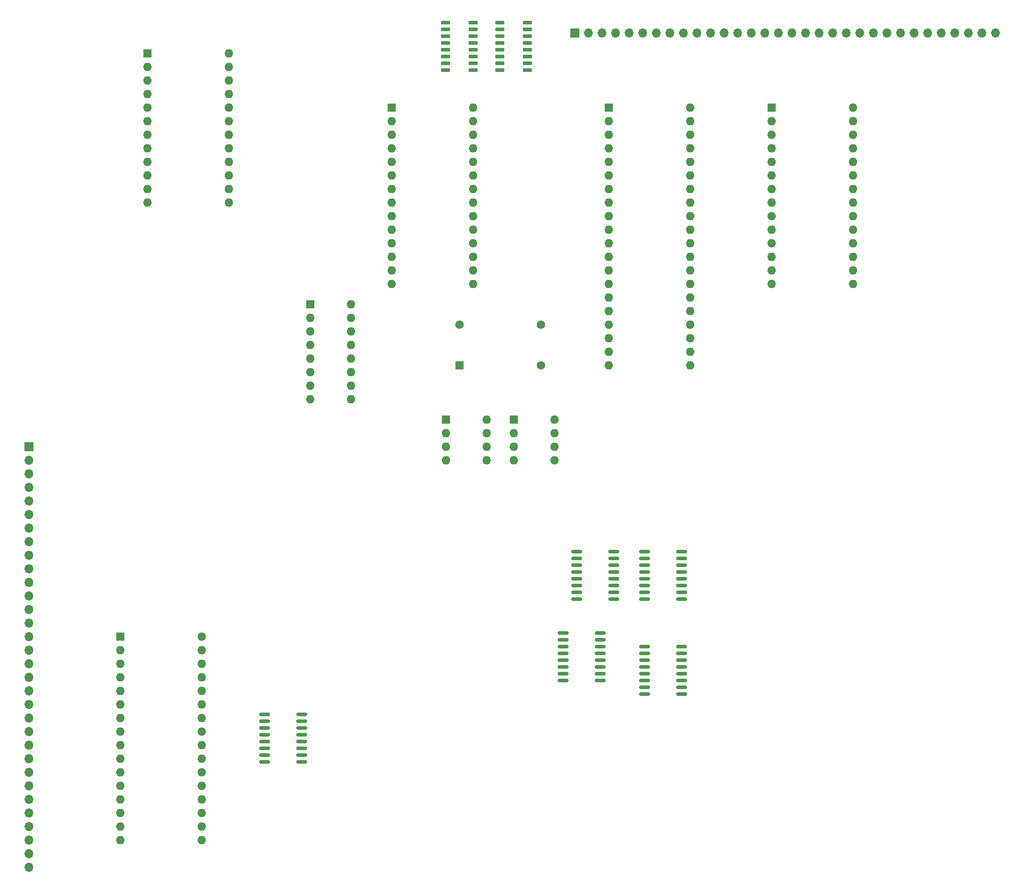
<source format=gbr>
%TF.GenerationSoftware,KiCad,Pcbnew,(6.0.2)*%
%TF.CreationDate,2022-02-20T21:17:02+01:00*%
%TF.ProjectId,z80,7a38302e-6b69-4636-9164-5f7063625858,rev?*%
%TF.SameCoordinates,Original*%
%TF.FileFunction,Soldermask,Top*%
%TF.FilePolarity,Negative*%
%FSLAX46Y46*%
G04 Gerber Fmt 4.6, Leading zero omitted, Abs format (unit mm)*
G04 Created by KiCad (PCBNEW (6.0.2)) date 2022-02-20 21:17:02*
%MOMM*%
%LPD*%
G01*
G04 APERTURE LIST*
G04 Aperture macros list*
%AMRoundRect*
0 Rectangle with rounded corners*
0 $1 Rounding radius*
0 $2 $3 $4 $5 $6 $7 $8 $9 X,Y pos of 4 corners*
0 Add a 4 corners polygon primitive as box body*
4,1,4,$2,$3,$4,$5,$6,$7,$8,$9,$2,$3,0*
0 Add four circle primitives for the rounded corners*
1,1,$1+$1,$2,$3*
1,1,$1+$1,$4,$5*
1,1,$1+$1,$6,$7*
1,1,$1+$1,$8,$9*
0 Add four rect primitives between the rounded corners*
20,1,$1+$1,$2,$3,$4,$5,0*
20,1,$1+$1,$4,$5,$6,$7,0*
20,1,$1+$1,$6,$7,$8,$9,0*
20,1,$1+$1,$8,$9,$2,$3,0*%
G04 Aperture macros list end*
%ADD10R,1.600000X1.600000*%
%ADD11O,1.600000X1.600000*%
%ADD12RoundRect,0.150000X-0.837500X-0.150000X0.837500X-0.150000X0.837500X0.150000X-0.837500X0.150000X0*%
%ADD13R,1.700000X1.700000*%
%ADD14O,1.700000X1.700000*%
%ADD15RoundRect,0.150000X-0.725000X-0.150000X0.725000X-0.150000X0.725000X0.150000X-0.725000X0.150000X0*%
%ADD16C,1.600000*%
G04 APERTURE END LIST*
D10*
%TO.C,A1*%
X45715000Y-41905000D03*
D11*
X45715000Y-44445000D03*
X45715000Y-46985000D03*
X45715000Y-49525000D03*
X45715000Y-52065000D03*
X45715000Y-54605000D03*
X45715000Y-57145000D03*
X45715000Y-59685000D03*
X45715000Y-62225000D03*
X45715000Y-64765000D03*
X45715000Y-67305000D03*
X45715000Y-69845000D03*
X60955000Y-69845000D03*
X60955000Y-67305000D03*
X60955000Y-64765000D03*
X60955000Y-62225000D03*
X60955000Y-59685000D03*
X60955000Y-57145000D03*
X60955000Y-54605000D03*
X60955000Y-52065000D03*
X60955000Y-49525000D03*
X60955000Y-46985000D03*
X60955000Y-44445000D03*
X60955000Y-41905000D03*
%TD*%
D10*
%TO.C,SW1*%
X76200000Y-88900000D03*
D11*
X76200000Y-91440000D03*
X76200000Y-93980000D03*
X76200000Y-96520000D03*
X76200000Y-99060000D03*
X76200000Y-101600000D03*
X76200000Y-104140000D03*
X76200000Y-106680000D03*
X83820000Y-106680000D03*
X83820000Y-104140000D03*
X83820000Y-101600000D03*
X83820000Y-99060000D03*
X83820000Y-96520000D03*
X83820000Y-93980000D03*
X83820000Y-91440000D03*
X83820000Y-88900000D03*
%TD*%
D12*
%TO.C,U22*%
X123537500Y-150495000D03*
X123537500Y-151765000D03*
X123537500Y-153035000D03*
X123537500Y-154305000D03*
X123537500Y-155575000D03*
X123537500Y-156845000D03*
X123537500Y-158115000D03*
X123537500Y-159385000D03*
X130462500Y-159385000D03*
X130462500Y-158115000D03*
X130462500Y-156845000D03*
X130462500Y-155575000D03*
X130462500Y-154305000D03*
X130462500Y-153035000D03*
X130462500Y-151765000D03*
X130462500Y-150495000D03*
%TD*%
D10*
%TO.C,CLK1*%
X101600000Y-110500000D03*
D11*
X101600000Y-113040000D03*
X101600000Y-115580000D03*
X101600000Y-118120000D03*
X109220000Y-118120000D03*
X109220000Y-115580000D03*
X109220000Y-113040000D03*
X109220000Y-110500000D03*
%TD*%
D10*
%TO.C,CPU1*%
X132075000Y-52075000D03*
D11*
X132075000Y-54615000D03*
X132075000Y-57155000D03*
X132075000Y-59695000D03*
X132075000Y-62235000D03*
X132075000Y-64775000D03*
X132075000Y-67315000D03*
X132075000Y-69855000D03*
X132075000Y-72395000D03*
X132075000Y-74935000D03*
X132075000Y-77475000D03*
X132075000Y-80015000D03*
X132075000Y-82555000D03*
X132075000Y-85095000D03*
X132075000Y-87635000D03*
X132075000Y-90175000D03*
X132075000Y-92715000D03*
X132075000Y-95255000D03*
X132075000Y-97795000D03*
X132075000Y-100335000D03*
X147315000Y-100335000D03*
X147315000Y-97795000D03*
X147315000Y-95255000D03*
X147315000Y-92715000D03*
X147315000Y-90175000D03*
X147315000Y-87635000D03*
X147315000Y-85095000D03*
X147315000Y-82555000D03*
X147315000Y-80015000D03*
X147315000Y-77475000D03*
X147315000Y-74935000D03*
X147315000Y-72395000D03*
X147315000Y-69855000D03*
X147315000Y-67315000D03*
X147315000Y-64775000D03*
X147315000Y-62235000D03*
X147315000Y-59695000D03*
X147315000Y-57155000D03*
X147315000Y-54615000D03*
X147315000Y-52075000D03*
%TD*%
D12*
%TO.C,U12*%
X126077500Y-135255000D03*
X126077500Y-136525000D03*
X126077500Y-137795000D03*
X126077500Y-139065000D03*
X126077500Y-140335000D03*
X126077500Y-141605000D03*
X126077500Y-142875000D03*
X126077500Y-144145000D03*
X133002500Y-144145000D03*
X133002500Y-142875000D03*
X133002500Y-141605000D03*
X133002500Y-140335000D03*
X133002500Y-139065000D03*
X133002500Y-137795000D03*
X133002500Y-136525000D03*
X133002500Y-135255000D03*
%TD*%
%TO.C,U13*%
X138777500Y-135255000D03*
X138777500Y-136525000D03*
X138777500Y-137795000D03*
X138777500Y-139065000D03*
X138777500Y-140335000D03*
X138777500Y-141605000D03*
X138777500Y-142875000D03*
X138777500Y-144145000D03*
X145702500Y-144145000D03*
X145702500Y-142875000D03*
X145702500Y-141605000D03*
X145702500Y-140335000D03*
X145702500Y-139065000D03*
X145702500Y-137795000D03*
X145702500Y-136525000D03*
X145702500Y-135255000D03*
%TD*%
D10*
%TO.C,CLK2*%
X114300000Y-110500000D03*
D11*
X114300000Y-113040000D03*
X114300000Y-115580000D03*
X114300000Y-118120000D03*
X121920000Y-118120000D03*
X121920000Y-115580000D03*
X121920000Y-113040000D03*
X121920000Y-110500000D03*
%TD*%
D10*
%TO.C,RAM1*%
X162555000Y-52055000D03*
D11*
X162555000Y-54595000D03*
X162555000Y-57135000D03*
X162555000Y-59675000D03*
X162555000Y-62215000D03*
X162555000Y-64755000D03*
X162555000Y-67295000D03*
X162555000Y-69835000D03*
X162555000Y-72375000D03*
X162555000Y-74915000D03*
X162555000Y-77455000D03*
X162555000Y-79995000D03*
X162555000Y-82535000D03*
X162555000Y-85075000D03*
X177795000Y-85075000D03*
X177795000Y-82535000D03*
X177795000Y-79995000D03*
X177795000Y-77455000D03*
X177795000Y-74915000D03*
X177795000Y-72375000D03*
X177795000Y-69835000D03*
X177795000Y-67295000D03*
X177795000Y-64755000D03*
X177795000Y-62215000D03*
X177795000Y-59675000D03*
X177795000Y-57135000D03*
X177795000Y-54595000D03*
X177795000Y-52055000D03*
%TD*%
D12*
%TO.C,U23*%
X138777500Y-153035000D03*
X138777500Y-154305000D03*
X138777500Y-155575000D03*
X138777500Y-156845000D03*
X138777500Y-158115000D03*
X138777500Y-159385000D03*
X138777500Y-160655000D03*
X138777500Y-161925000D03*
X145702500Y-161925000D03*
X145702500Y-160655000D03*
X145702500Y-159385000D03*
X145702500Y-158115000D03*
X145702500Y-156845000D03*
X145702500Y-155575000D03*
X145702500Y-154305000D03*
X145702500Y-153035000D03*
%TD*%
D10*
%TO.C,ROM1*%
X91435000Y-52055000D03*
D11*
X91435000Y-54595000D03*
X91435000Y-57135000D03*
X91435000Y-59675000D03*
X91435000Y-62215000D03*
X91435000Y-64755000D03*
X91435000Y-67295000D03*
X91435000Y-69835000D03*
X91435000Y-72375000D03*
X91435000Y-74915000D03*
X91435000Y-77455000D03*
X91435000Y-79995000D03*
X91435000Y-82535000D03*
X91435000Y-85075000D03*
X106675000Y-85075000D03*
X106675000Y-82535000D03*
X106675000Y-79995000D03*
X106675000Y-77455000D03*
X106675000Y-74915000D03*
X106675000Y-72375000D03*
X106675000Y-69835000D03*
X106675000Y-67295000D03*
X106675000Y-64755000D03*
X106675000Y-62215000D03*
X106675000Y-59675000D03*
X106675000Y-57135000D03*
X106675000Y-54595000D03*
X106675000Y-52055000D03*
%TD*%
D13*
%TO.C,J1*%
X125725000Y-38075000D03*
D14*
X128265000Y-38075000D03*
X130805000Y-38075000D03*
X133345000Y-38075000D03*
X135885000Y-38075000D03*
X138425000Y-38075000D03*
X140965000Y-38075000D03*
X143505000Y-38075000D03*
X146045000Y-38075000D03*
X148585000Y-38075000D03*
X151125000Y-38075000D03*
X153665000Y-38075000D03*
X156205000Y-38075000D03*
X158745000Y-38075000D03*
X161285000Y-38075000D03*
X163825000Y-38075000D03*
X166365000Y-38075000D03*
X168905000Y-38075000D03*
X171445000Y-38075000D03*
X173985000Y-38075000D03*
X176525000Y-38075000D03*
X179065000Y-38075000D03*
X181605000Y-38075000D03*
X184145000Y-38075000D03*
X186685000Y-38075000D03*
X189225000Y-38075000D03*
X191765000Y-38075000D03*
X194305000Y-38075000D03*
X196845000Y-38075000D03*
X199385000Y-38075000D03*
X201925000Y-38075000D03*
X204465000Y-38075000D03*
%TD*%
D12*
%TO.C,U18*%
X67657500Y-165735000D03*
X67657500Y-167005000D03*
X67657500Y-168275000D03*
X67657500Y-169545000D03*
X67657500Y-170815000D03*
X67657500Y-172085000D03*
X67657500Y-173355000D03*
X67657500Y-174625000D03*
X74582500Y-174625000D03*
X74582500Y-173355000D03*
X74582500Y-172085000D03*
X74582500Y-170815000D03*
X74582500Y-169545000D03*
X74582500Y-168275000D03*
X74582500Y-167005000D03*
X74582500Y-165735000D03*
%TD*%
D15*
%TO.C,U2*%
X111725000Y-36195000D03*
X111725000Y-37465000D03*
X111725000Y-38735000D03*
X111725000Y-40005000D03*
X111725000Y-41275000D03*
X111725000Y-42545000D03*
X111725000Y-43815000D03*
X111725000Y-45085000D03*
X116875000Y-45085000D03*
X116875000Y-43815000D03*
X116875000Y-42545000D03*
X116875000Y-41275000D03*
X116875000Y-40005000D03*
X116875000Y-38735000D03*
X116875000Y-37465000D03*
X116875000Y-36195000D03*
%TD*%
D10*
%TO.C,X8.000Mhz1*%
X104140000Y-100330000D03*
D16*
X119380000Y-100330000D03*
X119380000Y-92710000D03*
X104140000Y-92710000D03*
%TD*%
D13*
%TO.C,J2*%
X23565000Y-115565000D03*
D14*
X23565000Y-118105000D03*
X23565000Y-120645000D03*
X23565000Y-123185000D03*
X23565000Y-125725000D03*
X23565000Y-128265000D03*
X23565000Y-130805000D03*
X23565000Y-133345000D03*
X23565000Y-135885000D03*
X23565000Y-138425000D03*
X23565000Y-140965000D03*
X23565000Y-143505000D03*
X23565000Y-146045000D03*
X23565000Y-148585000D03*
X23565000Y-151125000D03*
X23565000Y-153665000D03*
X23565000Y-156205000D03*
X23565000Y-158745000D03*
X23565000Y-161285000D03*
X23565000Y-163825000D03*
X23565000Y-166365000D03*
X23565000Y-168905000D03*
X23565000Y-171445000D03*
X23565000Y-173985000D03*
X23565000Y-176525000D03*
X23565000Y-179065000D03*
X23565000Y-181605000D03*
X23565000Y-184145000D03*
X23565000Y-186685000D03*
X23565000Y-189225000D03*
X23565000Y-191765000D03*
X23565000Y-194305000D03*
%TD*%
D15*
%TO.C,U1*%
X101565000Y-36195000D03*
X101565000Y-37465000D03*
X101565000Y-38735000D03*
X101565000Y-40005000D03*
X101565000Y-41275000D03*
X101565000Y-42545000D03*
X101565000Y-43815000D03*
X101565000Y-45085000D03*
X106715000Y-45085000D03*
X106715000Y-43815000D03*
X106715000Y-42545000D03*
X106715000Y-41275000D03*
X106715000Y-40005000D03*
X106715000Y-38735000D03*
X106715000Y-37465000D03*
X106715000Y-36195000D03*
%TD*%
D10*
%TO.C,U21*%
X40635000Y-151130000D03*
D11*
X40635000Y-153670000D03*
X40635000Y-156210000D03*
X40635000Y-158750000D03*
X40635000Y-161290000D03*
X40635000Y-163830000D03*
X40635000Y-166370000D03*
X40635000Y-168910000D03*
X40635000Y-171450000D03*
X40635000Y-173990000D03*
X40635000Y-176530000D03*
X40635000Y-179070000D03*
X40635000Y-181610000D03*
X40635000Y-184150000D03*
X40635000Y-186690000D03*
X40635000Y-189230000D03*
X55875000Y-189230000D03*
X55875000Y-186690000D03*
X55875000Y-184150000D03*
X55875000Y-181610000D03*
X55875000Y-179070000D03*
X55875000Y-176530000D03*
X55875000Y-173990000D03*
X55875000Y-171450000D03*
X55875000Y-168910000D03*
X55875000Y-166370000D03*
X55875000Y-163830000D03*
X55875000Y-161290000D03*
X55875000Y-158750000D03*
X55875000Y-156210000D03*
X55875000Y-153670000D03*
X55875000Y-151130000D03*
%TD*%
M02*

</source>
